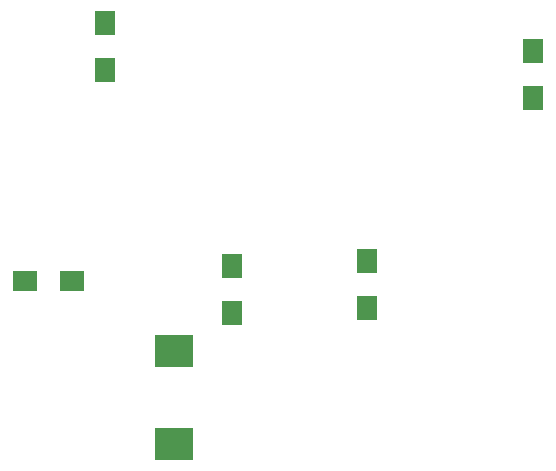
<source format=gbp>
G04 #@! TF.FileFunction,Paste,Bot*
%FSLAX46Y46*%
G04 Gerber Fmt 4.6, Leading zero omitted, Abs format (unit mm)*
G04 Created by KiCad (PCBNEW 4.0.7) date 07/17/18 15:25:19*
%MOMM*%
%LPD*%
G01*
G04 APERTURE LIST*
%ADD10C,0.100000*%
%ADD11R,1.700000X2.000000*%
%ADD12R,2.000000X1.700000*%
%ADD13R,3.200000X2.700000*%
G04 APERTURE END LIST*
D10*
D11*
X134656600Y-101948999D03*
X134656600Y-97948999D03*
X160178000Y-79765601D03*
X160178000Y-83765601D03*
D12*
X117151401Y-99189400D03*
X121151401Y-99189400D03*
D11*
X146137400Y-101501399D03*
X146137400Y-97501399D03*
X123881400Y-77393801D03*
X123881400Y-81393801D03*
D13*
X129762200Y-105116201D03*
X129762200Y-113016201D03*
M02*

</source>
